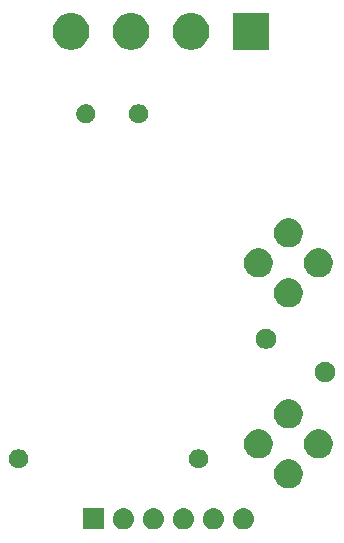
<source format=gbr>
G04 #@! TF.GenerationSoftware,KiCad,Pcbnew,(5.0.1)-4*
G04 #@! TF.CreationDate,2019-04-29T20:25:55+02:00*
G04 #@! TF.ProjectId,MyWallSwitch,4D7957616C6C5377697463682E6B6963,2*
G04 #@! TF.SameCoordinates,Original*
G04 #@! TF.FileFunction,Soldermask,Bot*
G04 #@! TF.FilePolarity,Negative*
%FSLAX46Y46*%
G04 Gerber Fmt 4.6, Leading zero omitted, Abs format (unit mm)*
G04 Created by KiCad (PCBNEW (5.0.1)-4) date 29.04.2019 20:25:55*
%MOMM*%
%LPD*%
G01*
G04 APERTURE LIST*
%ADD10C,0.100000*%
G04 APERTURE END LIST*
D10*
G36*
X146160443Y-117215519D02*
X146226627Y-117222037D01*
X146339853Y-117256384D01*
X146396467Y-117273557D01*
X146535087Y-117347652D01*
X146552991Y-117357222D01*
X146588729Y-117386552D01*
X146690186Y-117469814D01*
X146773448Y-117571271D01*
X146802778Y-117607009D01*
X146802779Y-117607011D01*
X146886443Y-117763533D01*
X146886443Y-117763534D01*
X146937963Y-117933373D01*
X146955359Y-118110000D01*
X146937963Y-118286627D01*
X146903616Y-118399853D01*
X146886443Y-118456467D01*
X146812348Y-118595087D01*
X146802778Y-118612991D01*
X146773448Y-118648729D01*
X146690186Y-118750186D01*
X146588729Y-118833448D01*
X146552991Y-118862778D01*
X146552989Y-118862779D01*
X146396467Y-118946443D01*
X146339853Y-118963616D01*
X146226627Y-118997963D01*
X146160443Y-119004481D01*
X146094260Y-119011000D01*
X146005740Y-119011000D01*
X145939557Y-119004481D01*
X145873373Y-118997963D01*
X145760147Y-118963616D01*
X145703533Y-118946443D01*
X145547011Y-118862779D01*
X145547009Y-118862778D01*
X145511271Y-118833448D01*
X145409814Y-118750186D01*
X145326552Y-118648729D01*
X145297222Y-118612991D01*
X145287652Y-118595087D01*
X145213557Y-118456467D01*
X145196384Y-118399853D01*
X145162037Y-118286627D01*
X145144641Y-118110000D01*
X145162037Y-117933373D01*
X145213557Y-117763534D01*
X145213557Y-117763533D01*
X145297221Y-117607011D01*
X145297222Y-117607009D01*
X145326552Y-117571271D01*
X145409814Y-117469814D01*
X145511271Y-117386552D01*
X145547009Y-117357222D01*
X145564913Y-117347652D01*
X145703533Y-117273557D01*
X145760147Y-117256384D01*
X145873373Y-117222037D01*
X145939557Y-117215519D01*
X146005740Y-117209000D01*
X146094260Y-117209000D01*
X146160443Y-117215519D01*
X146160443Y-117215519D01*
G37*
G36*
X141080443Y-117215519D02*
X141146627Y-117222037D01*
X141259853Y-117256384D01*
X141316467Y-117273557D01*
X141455087Y-117347652D01*
X141472991Y-117357222D01*
X141508729Y-117386552D01*
X141610186Y-117469814D01*
X141693448Y-117571271D01*
X141722778Y-117607009D01*
X141722779Y-117607011D01*
X141806443Y-117763533D01*
X141806443Y-117763534D01*
X141857963Y-117933373D01*
X141875359Y-118110000D01*
X141857963Y-118286627D01*
X141823616Y-118399853D01*
X141806443Y-118456467D01*
X141732348Y-118595087D01*
X141722778Y-118612991D01*
X141693448Y-118648729D01*
X141610186Y-118750186D01*
X141508729Y-118833448D01*
X141472991Y-118862778D01*
X141472989Y-118862779D01*
X141316467Y-118946443D01*
X141259853Y-118963616D01*
X141146627Y-118997963D01*
X141080443Y-119004481D01*
X141014260Y-119011000D01*
X140925740Y-119011000D01*
X140859557Y-119004481D01*
X140793373Y-118997963D01*
X140680147Y-118963616D01*
X140623533Y-118946443D01*
X140467011Y-118862779D01*
X140467009Y-118862778D01*
X140431271Y-118833448D01*
X140329814Y-118750186D01*
X140246552Y-118648729D01*
X140217222Y-118612991D01*
X140207652Y-118595087D01*
X140133557Y-118456467D01*
X140116384Y-118399853D01*
X140082037Y-118286627D01*
X140064641Y-118110000D01*
X140082037Y-117933373D01*
X140133557Y-117763534D01*
X140133557Y-117763533D01*
X140217221Y-117607011D01*
X140217222Y-117607009D01*
X140246552Y-117571271D01*
X140329814Y-117469814D01*
X140431271Y-117386552D01*
X140467009Y-117357222D01*
X140484913Y-117347652D01*
X140623533Y-117273557D01*
X140680147Y-117256384D01*
X140793373Y-117222037D01*
X140859557Y-117215519D01*
X140925740Y-117209000D01*
X141014260Y-117209000D01*
X141080443Y-117215519D01*
X141080443Y-117215519D01*
G37*
G36*
X138540443Y-117215519D02*
X138606627Y-117222037D01*
X138719853Y-117256384D01*
X138776467Y-117273557D01*
X138915087Y-117347652D01*
X138932991Y-117357222D01*
X138968729Y-117386552D01*
X139070186Y-117469814D01*
X139153448Y-117571271D01*
X139182778Y-117607009D01*
X139182779Y-117607011D01*
X139266443Y-117763533D01*
X139266443Y-117763534D01*
X139317963Y-117933373D01*
X139335359Y-118110000D01*
X139317963Y-118286627D01*
X139283616Y-118399853D01*
X139266443Y-118456467D01*
X139192348Y-118595087D01*
X139182778Y-118612991D01*
X139153448Y-118648729D01*
X139070186Y-118750186D01*
X138968729Y-118833448D01*
X138932991Y-118862778D01*
X138932989Y-118862779D01*
X138776467Y-118946443D01*
X138719853Y-118963616D01*
X138606627Y-118997963D01*
X138540443Y-119004481D01*
X138474260Y-119011000D01*
X138385740Y-119011000D01*
X138319557Y-119004481D01*
X138253373Y-118997963D01*
X138140147Y-118963616D01*
X138083533Y-118946443D01*
X137927011Y-118862779D01*
X137927009Y-118862778D01*
X137891271Y-118833448D01*
X137789814Y-118750186D01*
X137706552Y-118648729D01*
X137677222Y-118612991D01*
X137667652Y-118595087D01*
X137593557Y-118456467D01*
X137576384Y-118399853D01*
X137542037Y-118286627D01*
X137524641Y-118110000D01*
X137542037Y-117933373D01*
X137593557Y-117763534D01*
X137593557Y-117763533D01*
X137677221Y-117607011D01*
X137677222Y-117607009D01*
X137706552Y-117571271D01*
X137789814Y-117469814D01*
X137891271Y-117386552D01*
X137927009Y-117357222D01*
X137944913Y-117347652D01*
X138083533Y-117273557D01*
X138140147Y-117256384D01*
X138253373Y-117222037D01*
X138319557Y-117215519D01*
X138385740Y-117209000D01*
X138474260Y-117209000D01*
X138540443Y-117215519D01*
X138540443Y-117215519D01*
G37*
G36*
X136000443Y-117215519D02*
X136066627Y-117222037D01*
X136179853Y-117256384D01*
X136236467Y-117273557D01*
X136375087Y-117347652D01*
X136392991Y-117357222D01*
X136428729Y-117386552D01*
X136530186Y-117469814D01*
X136613448Y-117571271D01*
X136642778Y-117607009D01*
X136642779Y-117607011D01*
X136726443Y-117763533D01*
X136726443Y-117763534D01*
X136777963Y-117933373D01*
X136795359Y-118110000D01*
X136777963Y-118286627D01*
X136743616Y-118399853D01*
X136726443Y-118456467D01*
X136652348Y-118595087D01*
X136642778Y-118612991D01*
X136613448Y-118648729D01*
X136530186Y-118750186D01*
X136428729Y-118833448D01*
X136392991Y-118862778D01*
X136392989Y-118862779D01*
X136236467Y-118946443D01*
X136179853Y-118963616D01*
X136066627Y-118997963D01*
X136000443Y-119004481D01*
X135934260Y-119011000D01*
X135845740Y-119011000D01*
X135779557Y-119004481D01*
X135713373Y-118997963D01*
X135600147Y-118963616D01*
X135543533Y-118946443D01*
X135387011Y-118862779D01*
X135387009Y-118862778D01*
X135351271Y-118833448D01*
X135249814Y-118750186D01*
X135166552Y-118648729D01*
X135137222Y-118612991D01*
X135127652Y-118595087D01*
X135053557Y-118456467D01*
X135036384Y-118399853D01*
X135002037Y-118286627D01*
X134984641Y-118110000D01*
X135002037Y-117933373D01*
X135053557Y-117763534D01*
X135053557Y-117763533D01*
X135137221Y-117607011D01*
X135137222Y-117607009D01*
X135166552Y-117571271D01*
X135249814Y-117469814D01*
X135351271Y-117386552D01*
X135387009Y-117357222D01*
X135404913Y-117347652D01*
X135543533Y-117273557D01*
X135600147Y-117256384D01*
X135713373Y-117222037D01*
X135779557Y-117215519D01*
X135845740Y-117209000D01*
X135934260Y-117209000D01*
X136000443Y-117215519D01*
X136000443Y-117215519D01*
G37*
G36*
X134251000Y-119011000D02*
X132449000Y-119011000D01*
X132449000Y-117209000D01*
X134251000Y-117209000D01*
X134251000Y-119011000D01*
X134251000Y-119011000D01*
G37*
G36*
X143620443Y-117215519D02*
X143686627Y-117222037D01*
X143799853Y-117256384D01*
X143856467Y-117273557D01*
X143995087Y-117347652D01*
X144012991Y-117357222D01*
X144048729Y-117386552D01*
X144150186Y-117469814D01*
X144233448Y-117571271D01*
X144262778Y-117607009D01*
X144262779Y-117607011D01*
X144346443Y-117763533D01*
X144346443Y-117763534D01*
X144397963Y-117933373D01*
X144415359Y-118110000D01*
X144397963Y-118286627D01*
X144363616Y-118399853D01*
X144346443Y-118456467D01*
X144272348Y-118595087D01*
X144262778Y-118612991D01*
X144233448Y-118648729D01*
X144150186Y-118750186D01*
X144048729Y-118833448D01*
X144012991Y-118862778D01*
X144012989Y-118862779D01*
X143856467Y-118946443D01*
X143799853Y-118963616D01*
X143686627Y-118997963D01*
X143620443Y-119004481D01*
X143554260Y-119011000D01*
X143465740Y-119011000D01*
X143399557Y-119004481D01*
X143333373Y-118997963D01*
X143220147Y-118963616D01*
X143163533Y-118946443D01*
X143007011Y-118862779D01*
X143007009Y-118862778D01*
X142971271Y-118833448D01*
X142869814Y-118750186D01*
X142786552Y-118648729D01*
X142757222Y-118612991D01*
X142747652Y-118595087D01*
X142673557Y-118456467D01*
X142656384Y-118399853D01*
X142622037Y-118286627D01*
X142604641Y-118110000D01*
X142622037Y-117933373D01*
X142673557Y-117763534D01*
X142673557Y-117763533D01*
X142757221Y-117607011D01*
X142757222Y-117607009D01*
X142786552Y-117571271D01*
X142869814Y-117469814D01*
X142971271Y-117386552D01*
X143007009Y-117357222D01*
X143024913Y-117347652D01*
X143163533Y-117273557D01*
X143220147Y-117256384D01*
X143333373Y-117222037D01*
X143399557Y-117215519D01*
X143465740Y-117209000D01*
X143554260Y-117209000D01*
X143620443Y-117215519D01*
X143620443Y-117215519D01*
G37*
G36*
X150217611Y-113121114D02*
X150440730Y-113213533D01*
X150641530Y-113347704D01*
X150812296Y-113518470D01*
X150946467Y-113719270D01*
X151038886Y-113942389D01*
X151086000Y-114179248D01*
X151086000Y-114420752D01*
X151038886Y-114657611D01*
X150946467Y-114880730D01*
X150812296Y-115081530D01*
X150641530Y-115252296D01*
X150440730Y-115386467D01*
X150217611Y-115478886D01*
X149980752Y-115526000D01*
X149739248Y-115526000D01*
X149502389Y-115478886D01*
X149279270Y-115386467D01*
X149078470Y-115252296D01*
X148907704Y-115081530D01*
X148773533Y-114880730D01*
X148681114Y-114657611D01*
X148634000Y-114420752D01*
X148634000Y-114179248D01*
X148681114Y-113942389D01*
X148773533Y-113719270D01*
X148907704Y-113518470D01*
X149078470Y-113347704D01*
X149279270Y-113213533D01*
X149502389Y-113121114D01*
X149739248Y-113074000D01*
X149980752Y-113074000D01*
X150217611Y-113121114D01*
X150217611Y-113121114D01*
G37*
G36*
X127237142Y-112248242D02*
X127385102Y-112309530D01*
X127518258Y-112398502D01*
X127631498Y-112511742D01*
X127720470Y-112644898D01*
X127781758Y-112792858D01*
X127813000Y-112949925D01*
X127813000Y-113110075D01*
X127781758Y-113267142D01*
X127720470Y-113415102D01*
X127631498Y-113548258D01*
X127518258Y-113661498D01*
X127385102Y-113750470D01*
X127237142Y-113811758D01*
X127080075Y-113843000D01*
X126919925Y-113843000D01*
X126762858Y-113811758D01*
X126614898Y-113750470D01*
X126481742Y-113661498D01*
X126368502Y-113548258D01*
X126279530Y-113415102D01*
X126218242Y-113267142D01*
X126187000Y-113110075D01*
X126187000Y-112949925D01*
X126218242Y-112792858D01*
X126279530Y-112644898D01*
X126368502Y-112511742D01*
X126481742Y-112398502D01*
X126614898Y-112309530D01*
X126762858Y-112248242D01*
X126919925Y-112217000D01*
X127080075Y-112217000D01*
X127237142Y-112248242D01*
X127237142Y-112248242D01*
G37*
G36*
X142477142Y-112248242D02*
X142625102Y-112309530D01*
X142758258Y-112398502D01*
X142871498Y-112511742D01*
X142960470Y-112644898D01*
X143021758Y-112792858D01*
X143053000Y-112949925D01*
X143053000Y-113110075D01*
X143021758Y-113267142D01*
X142960470Y-113415102D01*
X142871498Y-113548258D01*
X142758258Y-113661498D01*
X142625102Y-113750470D01*
X142477142Y-113811758D01*
X142320075Y-113843000D01*
X142159925Y-113843000D01*
X142002858Y-113811758D01*
X141854898Y-113750470D01*
X141721742Y-113661498D01*
X141608502Y-113548258D01*
X141519530Y-113415102D01*
X141458242Y-113267142D01*
X141427000Y-113110075D01*
X141427000Y-112949925D01*
X141458242Y-112792858D01*
X141519530Y-112644898D01*
X141608502Y-112511742D01*
X141721742Y-112398502D01*
X141854898Y-112309530D01*
X142002858Y-112248242D01*
X142159925Y-112217000D01*
X142320075Y-112217000D01*
X142477142Y-112248242D01*
X142477142Y-112248242D01*
G37*
G36*
X152757611Y-110581114D02*
X152980730Y-110673533D01*
X153181530Y-110807704D01*
X153352296Y-110978470D01*
X153486467Y-111179270D01*
X153578886Y-111402389D01*
X153626000Y-111639248D01*
X153626000Y-111880752D01*
X153578886Y-112117611D01*
X153486467Y-112340730D01*
X153352296Y-112541530D01*
X153181530Y-112712296D01*
X152980730Y-112846467D01*
X152757611Y-112938886D01*
X152520752Y-112986000D01*
X152279248Y-112986000D01*
X152042389Y-112938886D01*
X151819270Y-112846467D01*
X151618470Y-112712296D01*
X151447704Y-112541530D01*
X151313533Y-112340730D01*
X151221114Y-112117611D01*
X151174000Y-111880752D01*
X151174000Y-111639248D01*
X151221114Y-111402389D01*
X151313533Y-111179270D01*
X151447704Y-110978470D01*
X151618470Y-110807704D01*
X151819270Y-110673533D01*
X152042389Y-110581114D01*
X152279248Y-110534000D01*
X152520752Y-110534000D01*
X152757611Y-110581114D01*
X152757611Y-110581114D01*
G37*
G36*
X147677611Y-110581114D02*
X147900730Y-110673533D01*
X148101530Y-110807704D01*
X148272296Y-110978470D01*
X148406467Y-111179270D01*
X148498886Y-111402389D01*
X148546000Y-111639248D01*
X148546000Y-111880752D01*
X148498886Y-112117611D01*
X148406467Y-112340730D01*
X148272296Y-112541530D01*
X148101530Y-112712296D01*
X147900730Y-112846467D01*
X147677611Y-112938886D01*
X147440752Y-112986000D01*
X147199248Y-112986000D01*
X146962389Y-112938886D01*
X146739270Y-112846467D01*
X146538470Y-112712296D01*
X146367704Y-112541530D01*
X146233533Y-112340730D01*
X146141114Y-112117611D01*
X146094000Y-111880752D01*
X146094000Y-111639248D01*
X146141114Y-111402389D01*
X146233533Y-111179270D01*
X146367704Y-110978470D01*
X146538470Y-110807704D01*
X146739270Y-110673533D01*
X146962389Y-110581114D01*
X147199248Y-110534000D01*
X147440752Y-110534000D01*
X147677611Y-110581114D01*
X147677611Y-110581114D01*
G37*
G36*
X150217611Y-108041114D02*
X150440730Y-108133533D01*
X150641530Y-108267704D01*
X150812296Y-108438470D01*
X150946467Y-108639270D01*
X151038886Y-108862389D01*
X151086000Y-109099248D01*
X151086000Y-109340752D01*
X151038886Y-109577611D01*
X150946467Y-109800730D01*
X150812296Y-110001530D01*
X150641530Y-110172296D01*
X150440730Y-110306467D01*
X150217611Y-110398886D01*
X149980752Y-110446000D01*
X149739248Y-110446000D01*
X149502389Y-110398886D01*
X149279270Y-110306467D01*
X149078470Y-110172296D01*
X148907704Y-110001530D01*
X148773533Y-109800730D01*
X148681114Y-109577611D01*
X148634000Y-109340752D01*
X148634000Y-109099248D01*
X148681114Y-108862389D01*
X148773533Y-108639270D01*
X148907704Y-108438470D01*
X149078470Y-108267704D01*
X149279270Y-108133533D01*
X149502389Y-108041114D01*
X149739248Y-107994000D01*
X149980752Y-107994000D01*
X150217611Y-108041114D01*
X150217611Y-108041114D01*
G37*
G36*
X153203228Y-104851703D02*
X153358100Y-104915853D01*
X153497481Y-105008985D01*
X153616015Y-105127519D01*
X153709147Y-105266900D01*
X153773297Y-105421772D01*
X153806000Y-105586184D01*
X153806000Y-105753816D01*
X153773297Y-105918228D01*
X153709147Y-106073100D01*
X153616015Y-106212481D01*
X153497481Y-106331015D01*
X153358100Y-106424147D01*
X153203228Y-106488297D01*
X153038816Y-106521000D01*
X152871184Y-106521000D01*
X152706772Y-106488297D01*
X152551900Y-106424147D01*
X152412519Y-106331015D01*
X152293985Y-106212481D01*
X152200853Y-106073100D01*
X152136703Y-105918228D01*
X152104000Y-105753816D01*
X152104000Y-105586184D01*
X152136703Y-105421772D01*
X152200853Y-105266900D01*
X152293985Y-105127519D01*
X152412519Y-105008985D01*
X152551900Y-104915853D01*
X152706772Y-104851703D01*
X152871184Y-104819000D01*
X153038816Y-104819000D01*
X153203228Y-104851703D01*
X153203228Y-104851703D01*
G37*
G36*
X148203228Y-102051703D02*
X148358100Y-102115853D01*
X148497481Y-102208985D01*
X148616015Y-102327519D01*
X148709147Y-102466900D01*
X148773297Y-102621772D01*
X148806000Y-102786184D01*
X148806000Y-102953816D01*
X148773297Y-103118228D01*
X148709147Y-103273100D01*
X148616015Y-103412481D01*
X148497481Y-103531015D01*
X148358100Y-103624147D01*
X148203228Y-103688297D01*
X148038816Y-103721000D01*
X147871184Y-103721000D01*
X147706772Y-103688297D01*
X147551900Y-103624147D01*
X147412519Y-103531015D01*
X147293985Y-103412481D01*
X147200853Y-103273100D01*
X147136703Y-103118228D01*
X147104000Y-102953816D01*
X147104000Y-102786184D01*
X147136703Y-102621772D01*
X147200853Y-102466900D01*
X147293985Y-102327519D01*
X147412519Y-102208985D01*
X147551900Y-102115853D01*
X147706772Y-102051703D01*
X147871184Y-102019000D01*
X148038816Y-102019000D01*
X148203228Y-102051703D01*
X148203228Y-102051703D01*
G37*
G36*
X150217611Y-97801114D02*
X150440730Y-97893533D01*
X150641530Y-98027704D01*
X150812296Y-98198470D01*
X150946467Y-98399270D01*
X151038886Y-98622389D01*
X151086000Y-98859248D01*
X151086000Y-99100752D01*
X151038886Y-99337611D01*
X150946467Y-99560730D01*
X150812296Y-99761530D01*
X150641530Y-99932296D01*
X150440730Y-100066467D01*
X150217611Y-100158886D01*
X149980752Y-100206000D01*
X149739248Y-100206000D01*
X149502389Y-100158886D01*
X149279270Y-100066467D01*
X149078470Y-99932296D01*
X148907704Y-99761530D01*
X148773533Y-99560730D01*
X148681114Y-99337611D01*
X148634000Y-99100752D01*
X148634000Y-98859248D01*
X148681114Y-98622389D01*
X148773533Y-98399270D01*
X148907704Y-98198470D01*
X149078470Y-98027704D01*
X149279270Y-97893533D01*
X149502389Y-97801114D01*
X149739248Y-97754000D01*
X149980752Y-97754000D01*
X150217611Y-97801114D01*
X150217611Y-97801114D01*
G37*
G36*
X152757611Y-95261114D02*
X152980730Y-95353533D01*
X153181530Y-95487704D01*
X153352296Y-95658470D01*
X153486467Y-95859270D01*
X153578886Y-96082389D01*
X153626000Y-96319248D01*
X153626000Y-96560752D01*
X153578886Y-96797611D01*
X153486467Y-97020730D01*
X153352296Y-97221530D01*
X153181530Y-97392296D01*
X152980730Y-97526467D01*
X152757611Y-97618886D01*
X152520752Y-97666000D01*
X152279248Y-97666000D01*
X152042389Y-97618886D01*
X151819270Y-97526467D01*
X151618470Y-97392296D01*
X151447704Y-97221530D01*
X151313533Y-97020730D01*
X151221114Y-96797611D01*
X151174000Y-96560752D01*
X151174000Y-96319248D01*
X151221114Y-96082389D01*
X151313533Y-95859270D01*
X151447704Y-95658470D01*
X151618470Y-95487704D01*
X151819270Y-95353533D01*
X152042389Y-95261114D01*
X152279248Y-95214000D01*
X152520752Y-95214000D01*
X152757611Y-95261114D01*
X152757611Y-95261114D01*
G37*
G36*
X147677611Y-95261114D02*
X147900730Y-95353533D01*
X148101530Y-95487704D01*
X148272296Y-95658470D01*
X148406467Y-95859270D01*
X148498886Y-96082389D01*
X148546000Y-96319248D01*
X148546000Y-96560752D01*
X148498886Y-96797611D01*
X148406467Y-97020730D01*
X148272296Y-97221530D01*
X148101530Y-97392296D01*
X147900730Y-97526467D01*
X147677611Y-97618886D01*
X147440752Y-97666000D01*
X147199248Y-97666000D01*
X146962389Y-97618886D01*
X146739270Y-97526467D01*
X146538470Y-97392296D01*
X146367704Y-97221530D01*
X146233533Y-97020730D01*
X146141114Y-96797611D01*
X146094000Y-96560752D01*
X146094000Y-96319248D01*
X146141114Y-96082389D01*
X146233533Y-95859270D01*
X146367704Y-95658470D01*
X146538470Y-95487704D01*
X146739270Y-95353533D01*
X146962389Y-95261114D01*
X147199248Y-95214000D01*
X147440752Y-95214000D01*
X147677611Y-95261114D01*
X147677611Y-95261114D01*
G37*
G36*
X150217611Y-92721114D02*
X150440730Y-92813533D01*
X150641530Y-92947704D01*
X150812296Y-93118470D01*
X150946467Y-93319270D01*
X151038886Y-93542389D01*
X151086000Y-93779248D01*
X151086000Y-94020752D01*
X151038886Y-94257611D01*
X150946467Y-94480730D01*
X150812296Y-94681530D01*
X150641530Y-94852296D01*
X150440730Y-94986467D01*
X150217611Y-95078886D01*
X149980752Y-95126000D01*
X149739248Y-95126000D01*
X149502389Y-95078886D01*
X149279270Y-94986467D01*
X149078470Y-94852296D01*
X148907704Y-94681530D01*
X148773533Y-94480730D01*
X148681114Y-94257611D01*
X148634000Y-94020752D01*
X148634000Y-93779248D01*
X148681114Y-93542389D01*
X148773533Y-93319270D01*
X148907704Y-93118470D01*
X149078470Y-92947704D01*
X149279270Y-92813533D01*
X149502389Y-92721114D01*
X149739248Y-92674000D01*
X149980752Y-92674000D01*
X150217611Y-92721114D01*
X150217611Y-92721114D01*
G37*
G36*
X137397142Y-83038242D02*
X137545102Y-83099530D01*
X137678258Y-83188502D01*
X137791498Y-83301742D01*
X137880470Y-83434898D01*
X137941758Y-83582858D01*
X137973000Y-83739925D01*
X137973000Y-83900075D01*
X137941758Y-84057142D01*
X137880470Y-84205102D01*
X137791498Y-84338258D01*
X137678258Y-84451498D01*
X137545102Y-84540470D01*
X137397142Y-84601758D01*
X137240075Y-84633000D01*
X137079925Y-84633000D01*
X136922858Y-84601758D01*
X136774898Y-84540470D01*
X136641742Y-84451498D01*
X136528502Y-84338258D01*
X136439530Y-84205102D01*
X136378242Y-84057142D01*
X136347000Y-83900075D01*
X136347000Y-83739925D01*
X136378242Y-83582858D01*
X136439530Y-83434898D01*
X136528502Y-83301742D01*
X136641742Y-83188502D01*
X136774898Y-83099530D01*
X136922858Y-83038242D01*
X137079925Y-83007000D01*
X137240075Y-83007000D01*
X137397142Y-83038242D01*
X137397142Y-83038242D01*
G37*
G36*
X132952142Y-83038242D02*
X133100102Y-83099530D01*
X133233258Y-83188502D01*
X133346498Y-83301742D01*
X133435470Y-83434898D01*
X133496758Y-83582858D01*
X133528000Y-83739925D01*
X133528000Y-83900075D01*
X133496758Y-84057142D01*
X133435470Y-84205102D01*
X133346498Y-84338258D01*
X133233258Y-84451498D01*
X133100102Y-84540470D01*
X132952142Y-84601758D01*
X132795075Y-84633000D01*
X132634925Y-84633000D01*
X132477858Y-84601758D01*
X132329898Y-84540470D01*
X132196742Y-84451498D01*
X132083502Y-84338258D01*
X131994530Y-84205102D01*
X131933242Y-84057142D01*
X131902000Y-83900075D01*
X131902000Y-83739925D01*
X131933242Y-83582858D01*
X131994530Y-83434898D01*
X132083502Y-83301742D01*
X132196742Y-83188502D01*
X132329898Y-83099530D01*
X132477858Y-83038242D01*
X132634925Y-83007000D01*
X132795075Y-83007000D01*
X132952142Y-83038242D01*
X132952142Y-83038242D01*
G37*
G36*
X141957527Y-75323736D02*
X142057410Y-75343604D01*
X142339674Y-75460521D01*
X142593705Y-75630259D01*
X142809741Y-75846295D01*
X142979479Y-76100326D01*
X143096396Y-76382590D01*
X143156000Y-76682240D01*
X143156000Y-76987760D01*
X143096396Y-77287410D01*
X142979479Y-77569674D01*
X142809741Y-77823705D01*
X142593705Y-78039741D01*
X142339674Y-78209479D01*
X142057410Y-78326396D01*
X141957527Y-78346264D01*
X141757762Y-78386000D01*
X141452238Y-78386000D01*
X141252473Y-78346264D01*
X141152590Y-78326396D01*
X140870326Y-78209479D01*
X140616295Y-78039741D01*
X140400259Y-77823705D01*
X140230521Y-77569674D01*
X140113604Y-77287410D01*
X140054000Y-76987760D01*
X140054000Y-76682240D01*
X140113604Y-76382590D01*
X140230521Y-76100326D01*
X140400259Y-75846295D01*
X140616295Y-75630259D01*
X140870326Y-75460521D01*
X141152590Y-75343604D01*
X141252473Y-75323736D01*
X141452238Y-75284000D01*
X141757762Y-75284000D01*
X141957527Y-75323736D01*
X141957527Y-75323736D01*
G37*
G36*
X136877527Y-75323736D02*
X136977410Y-75343604D01*
X137259674Y-75460521D01*
X137513705Y-75630259D01*
X137729741Y-75846295D01*
X137899479Y-76100326D01*
X138016396Y-76382590D01*
X138076000Y-76682240D01*
X138076000Y-76987760D01*
X138016396Y-77287410D01*
X137899479Y-77569674D01*
X137729741Y-77823705D01*
X137513705Y-78039741D01*
X137259674Y-78209479D01*
X136977410Y-78326396D01*
X136877527Y-78346264D01*
X136677762Y-78386000D01*
X136372238Y-78386000D01*
X136172473Y-78346264D01*
X136072590Y-78326396D01*
X135790326Y-78209479D01*
X135536295Y-78039741D01*
X135320259Y-77823705D01*
X135150521Y-77569674D01*
X135033604Y-77287410D01*
X134974000Y-76987760D01*
X134974000Y-76682240D01*
X135033604Y-76382590D01*
X135150521Y-76100326D01*
X135320259Y-75846295D01*
X135536295Y-75630259D01*
X135790326Y-75460521D01*
X136072590Y-75343604D01*
X136172473Y-75323736D01*
X136372238Y-75284000D01*
X136677762Y-75284000D01*
X136877527Y-75323736D01*
X136877527Y-75323736D01*
G37*
G36*
X148236000Y-78386000D02*
X145134000Y-78386000D01*
X145134000Y-75284000D01*
X148236000Y-75284000D01*
X148236000Y-78386000D01*
X148236000Y-78386000D01*
G37*
G36*
X131797527Y-75323736D02*
X131897410Y-75343604D01*
X132179674Y-75460521D01*
X132433705Y-75630259D01*
X132649741Y-75846295D01*
X132819479Y-76100326D01*
X132936396Y-76382590D01*
X132996000Y-76682240D01*
X132996000Y-76987760D01*
X132936396Y-77287410D01*
X132819479Y-77569674D01*
X132649741Y-77823705D01*
X132433705Y-78039741D01*
X132179674Y-78209479D01*
X131897410Y-78326396D01*
X131797527Y-78346264D01*
X131597762Y-78386000D01*
X131292238Y-78386000D01*
X131092473Y-78346264D01*
X130992590Y-78326396D01*
X130710326Y-78209479D01*
X130456295Y-78039741D01*
X130240259Y-77823705D01*
X130070521Y-77569674D01*
X129953604Y-77287410D01*
X129894000Y-76987760D01*
X129894000Y-76682240D01*
X129953604Y-76382590D01*
X130070521Y-76100326D01*
X130240259Y-75846295D01*
X130456295Y-75630259D01*
X130710326Y-75460521D01*
X130992590Y-75343604D01*
X131092473Y-75323736D01*
X131292238Y-75284000D01*
X131597762Y-75284000D01*
X131797527Y-75323736D01*
X131797527Y-75323736D01*
G37*
M02*

</source>
